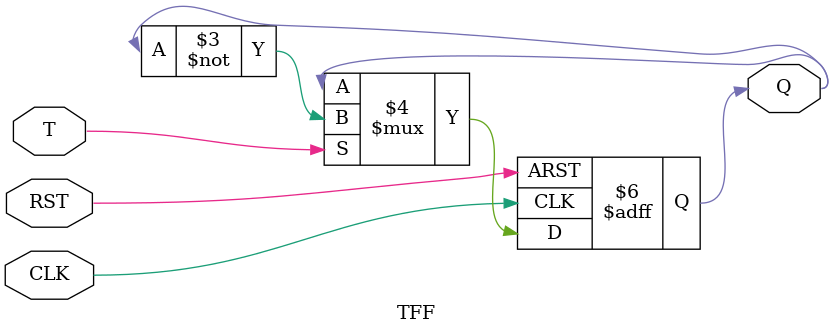
<source format=v>
`timescale 1ns / 1ps


module TFF(CLK, RST, T, Q);

input T, CLK, RST;
output reg Q;

always @(posedge CLK or negedge RST)
begin
    if(!RST)
        Q <= 1'b0;
    else if(T)
        Q <= ~Q;
end

endmodule


</source>
